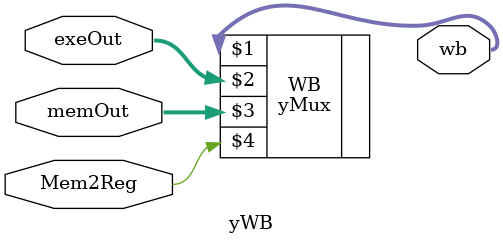
<source format=v>
module yWB(wb, exeOut, memOut, Mem2Reg); 
output [31:0] wb; 
input [31:0] exeOut, memOut; 
input Mem2Reg; 
// instantiate the circuit (only one line) 
yMux #(32) WB(wb, exeOut, memOut, Mem2Reg);
endmodule 

</source>
